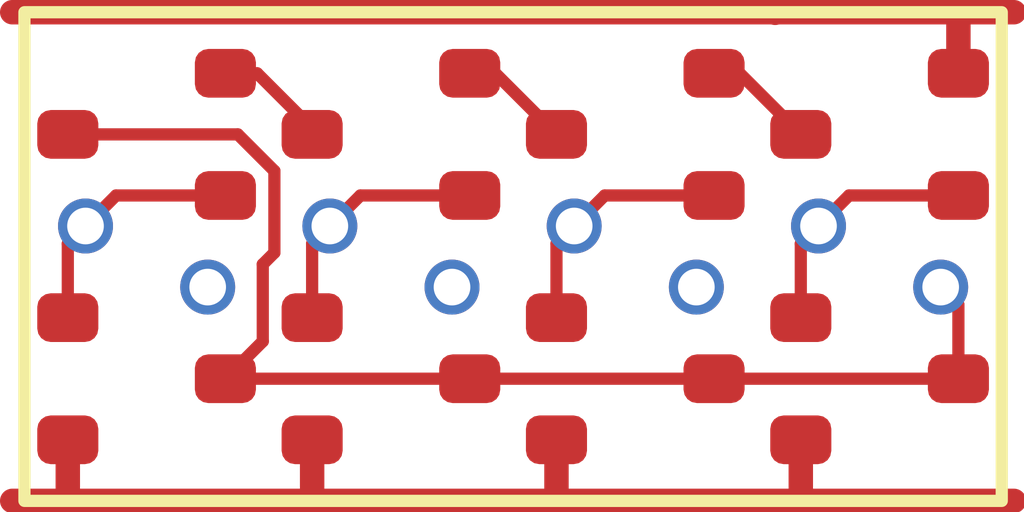
<source format=kicad_pcb>
(kicad_pcb (version 20241229) (generator "pcbnew") (generator_version "9.0")
  (layers (0 "F.Cu" signal) (2 "B.Cu" signal) (13 "F.Paste" user) (15 "B.Paste" user) (5 "F.SilkS" user "F.Silkscreen") (7 "B.SilkS" user "B.Silkscreen") (1 "F.Mask" user) (3 "B.Mask" user) (25 "Edge.Cuts" user))
  (net 0 "")
  (net 1 "GND")
  (net 2 "Y")
  (net 3 "A3")
  (net 4 "VDD")
  (net 5 "A1")
  (net 6 "A2")
  (net 7 "int1")
  (net 8 "int2")
  (net 9 "A4")
  (net 10 "int3")
  (footprint "RV523:SOT523" (layer "F.Cu") (at 3 1 180)
    (property "Reference" "P2" (hide yes))
    (property "Value" "" (hide yes))
    (pad "1" smd roundrect (at -0.645 -0.5) (size 0.5 0.399) (layers "F.Cu" "F.Mask" "F.Paste") (roundrect_rratio 0.275) (net 6 "A2"))
    (pad "2" smd roundrect (at -0.645 0.5) (size 0.5 0.399) (layers "F.Cu" "F.Mask" "F.Paste") (roundrect_rratio 0.275) (net 8 "int2"))
    (pad "3" smd roundrect (at 0.645 0) (size 0.5 0.399) (layers "F.Cu" "F.Mask" "F.Paste") (roundrect_rratio 0.275) (net 7 "int1"))
  )
  (footprint "RV523:SOT523" (layer "F.Cu") (at 5 1 180)
    (property "Reference" "P3" (hide yes))
    (property "Value" "" (hide yes))
    (pad "1" smd roundrect (at -0.645 -0.5) (size 0.5 0.399) (layers "F.Cu" "F.Mask" "F.Paste") (roundrect_rratio 0.275) (net 3 "A3"))
    (pad "2" smd roundrect (at -0.645 0.5) (size 0.5 0.399) (layers "F.Cu" "F.Mask" "F.Paste") (roundrect_rratio 0.275) (net 10 "int3"))
    (pad "3" smd roundrect (at 0.645 0) (size 0.5 0.399) (layers "F.Cu" "F.Mask" "F.Paste") (roundrect_rratio 0.275) (net 8 "int2"))
  )
  (footprint "RV523:SOT523" (layer "F.Cu") (at 5 3)
    (property "Reference" "N3" (hide yes))
    (property "Value" "" (hide yes))
    (pad "1" smd roundrect (at -0.645 -0.5 180) (size 0.5 0.399) (layers "F.Cu" "F.Mask" "F.Paste") (roundrect_rratio 0.275) (net 3 "A3"))
    (pad "2" smd roundrect (at -0.645 0.5 180) (size 0.5 0.399) (layers "F.Cu" "F.Mask" "F.Paste") (roundrect_rratio 0.275) (net 1 "GND"))
    (pad "3" smd roundrect (at 0.645 0 180) (size 0.5 0.399) (layers "F.Cu" "F.Mask" "F.Paste") (roundrect_rratio 0.275) (net 2 "Y"))
  )
  (footprint "RV523:SOT523" (layer "F.Cu") (at 1 1 180)
    (property "Reference" "P1" (hide yes))
    (property "Value" "" (hide yes))
    (pad "1" smd roundrect (at -0.645 -0.5) (size 0.5 0.399) (layers "F.Cu" "F.Mask" "F.Paste") (roundrect_rratio 0.275) (net 5 "A1"))
    (pad "2" smd roundrect (at -0.645 0.5) (size 0.5 0.399) (layers "F.Cu" "F.Mask" "F.Paste") (roundrect_rratio 0.275) (net 7 "int1"))
    (pad "3" smd roundrect (at 0.645 0) (size 0.5 0.399) (layers "F.Cu" "F.Mask" "F.Paste") (roundrect_rratio 0.275) (net 2 "Y"))
  )
  (footprint "RV523:SOT523" (layer "F.Cu") (at 7 1 180)
    (property "Reference" "P4" (hide yes))
    (property "Value" "" (hide yes))
    (pad "1" smd roundrect (at -0.645 -0.5) (size 0.5 0.399) (layers "F.Cu" "F.Mask" "F.Paste") (roundrect_rratio 0.275) (net 9 "A4"))
    (pad "2" smd roundrect (at -0.645 0.5) (size 0.5 0.399) (layers "F.Cu" "F.Mask" "F.Paste") (roundrect_rratio 0.275) (net 4 "VDD"))
    (pad "3" smd roundrect (at 0.645 0) (size 0.5 0.399) (layers "F.Cu" "F.Mask" "F.Paste") (roundrect_rratio 0.275) (net 10 "int3"))
  )
  (footprint "RV523:SOT523" (layer "F.Cu") (at 1 3)
    (property "Reference" "N1" (hide yes))
    (property "Value" "" (hide yes))
    (pad "1" smd roundrect (at -0.645 -0.5 180) (size 0.5 0.399) (layers "F.Cu" "F.Mask" "F.Paste") (roundrect_rratio 0.275) (net 5 "A1"))
    (pad "2" smd roundrect (at -0.645 0.5 180) (size 0.5 0.399) (layers "F.Cu" "F.Mask" "F.Paste") (roundrect_rratio 0.275) (net 1 "GND"))
    (pad "3" smd roundrect (at 0.645 0 180) (size 0.5 0.399) (layers "F.Cu" "F.Mask" "F.Paste") (roundrect_rratio 0.275) (net 2 "Y"))
  )
  (footprint "RV523:SOT523" (layer "F.Cu") (at 3 3)
    (property "Reference" "N2" (hide yes))
    (property "Value" "" (hide yes))
    (pad "1" smd roundrect (at -0.645 -0.5 180) (size 0.5 0.399) (layers "F.Cu" "F.Mask" "F.Paste") (roundrect_rratio 0.275) (net 6 "A2"))
    (pad "2" smd roundrect (at -0.645 0.5 180) (size 0.5 0.399) (layers "F.Cu" "F.Mask" "F.Paste") (roundrect_rratio 0.275) (net 1 "GND"))
    (pad "3" smd roundrect (at 0.645 0 180) (size 0.5 0.399) (layers "F.Cu" "F.Mask" "F.Paste") (roundrect_rratio 0.275) (net 2 "Y"))
  )
  (footprint "RV523:SOT523" (layer "F.Cu") (at 7 3)
    (property "Reference" "N4" (hide yes))
    (property "Value" "" (hide yes))
    (pad "1" smd roundrect (at -0.645 -0.5 180) (size 0.5 0.399) (layers "F.Cu" "F.Mask" "F.Paste") (roundrect_rratio 0.275) (net 9 "A4"))
    (pad "2" smd roundrect (at -0.645 0.5 180) (size 0.5 0.399) (layers "F.Cu" "F.Mask" "F.Paste") (roundrect_rratio 0.275) (net 1 "GND"))
    (pad "3" smd roundrect (at 0.645 0 180) (size 0.5 0.399) (layers "F.Cu" "F.Mask" "F.Paste") (roundrect_rratio 0.275) (net 2 "Y"))
  )
  (gr_rect (start 0 0) (end 8 4) (stroke (width 0.1)) (fill no) (layer "F.SilkS"))
  (via (at 3.5 2.25) (size 0.45) (drill 0.3) (layers "F.Cu" "B.Cu") (net 0))
  (via (at 5.5 2.25) (size 0.45) (drill 0.3) (layers "F.Cu" "B.Cu") (net 0))
  (via (at 1.5 2.25) (size 0.45) (drill 0.3) (layers "F.Cu" "B.Cu") (net 0))
  (segment (start 0.355 3.945) (end 0.3 4) (width 0.2) (layer "F.Cu") (net 1))
  (segment (start 4.355 3.5) (end 4.355 3.955) (width 0.2) (layer "F.Cu") (net 1))
  (segment (start 2.355 3.955) (end 2.4 4) (width 0.2) (layer "F.Cu") (net 1))
  (segment (start 6.4 4) (end 8.1 4) (width 0.2) (layer "F.Cu") (net 1))
  (segment (start 6.355 3.5) (end 6.355 3.955) (width 0.2) (layer "F.Cu") (net 1))
  (segment (start 4.355 3.955) (end 4.4 4) (width 0.2) (layer "F.Cu") (net 1))
  (segment (start 4.4 4) (end 6.4 4) (width 0.2) (layer "F.Cu") (net 1))
  (segment (start -0.1 4) (end 0.3 4) (width 0.2) (layer "F.Cu") (net 1))
  (segment (start 0.355 3.5) (end 0.355 3.945) (width 0.2) (layer "F.Cu") (net 1))
  (segment (start 2.4 4) (end 4.4 4) (width 0.2) (layer "F.Cu") (net 1))
  (segment (start 6.355 3.955) (end 6.4 4) (width 0.2) (layer "F.Cu") (net 1))
  (segment (start 0.3 4) (end 2.4 4) (width 0.2) (layer "F.Cu") (net 1))
  (segment (start 2.355 3.5) (end 2.355 3.955) (width 0.2) (layer "F.Cu") (net 1))
  (segment (start 2.046 1.968189) (end 1.951 2.063189) (width 0.1) (layer "F.Cu") (net 2))
  (segment (start 1.746812 1) (end 2.046 1.299188) (width 0.1) (layer "F.Cu") (net 2))
  (segment (start 7.645 2.395) (end 7.5 2.25) (width 0.1) (layer "F.Cu") (net 2))
  (segment (start 3.645 3) (end 5.645 3) (width 0.1) (layer "F.Cu") (net 2))
  (segment (start 1.645 3) (end 3.645 3) (width 0.1) (layer "F.Cu") (net 2))
  (segment (start 7.645 3) (end 7.645 2.395) (width 0.1) (layer "F.Cu") (net 2))
  (segment (start 1.951 2.694) (end 1.645 3) (width 0.1) (layer "F.Cu") (net 2))
  (segment (start 5.645 3) (end 7.645 3) (width 0.1) (layer "F.Cu") (net 2))
  (segment (start 0.355 1) (end 1.746812 1) (width 0.1) (layer "F.Cu") (net 2))
  (segment (start 2.046 1.299188) (end 2.046 1.968189) (width 0.1) (layer "F.Cu") (net 2))
  (segment (start 1.951 2.063189) (end 1.951 2.694) (width 0.1) (layer "F.Cu") (net 2))
  (via (at 7.5 2.25) (size 0.45) (drill 0.3) (layers "F.Cu" "B.Cu") (net 2))
  (segment (start 4.75 1.5) (end 4.5 1.75) (width 0.1) (layer "F.Cu") (net 3))
  (segment (start 4.355 1.895) (end 4.5 1.75) (width 0.1) (layer "F.Cu") (net 3))
  (segment (start 5.645 1.5) (end 4.75 1.5) (width 0.1) (layer "F.Cu") (net 3))
  (segment (start 4.355 2.5) (end 4.355 1.895) (width 0.1) (layer "F.Cu") (net 3))
  (via (at 4.5 1.75) (size 0.45) (drill 0.3) (layers "F.Cu" "B.Cu") (net 3))
  (segment (start 7.6 0) (end 8.1 0) (width 0.2) (layer "F.Cu") (net 4))
  (segment (start 7.645 0.045) (end 7.6 0) (width 0.2) (layer "F.Cu") (net 4))
  (segment (start 6.15 0) (end 7.6 0) (width 0.2) (layer "F.Cu") (net 4))
  (segment (start 7.645 0.5) (end 7.645 0.045) (width 0.2) (layer "F.Cu") (net 4))
  (segment (start 6.145 0.005) (end 6.15 0) (width 0.2) (layer "F.Cu") (net 4))
  (segment (start -0.1 0) (end 6.15 0) (width 0.2) (layer "F.Cu") (net 4))
  (segment (start 0.355 1.895) (end 0.5 1.75) (width 0.1) (layer "F.Cu") (net 5))
  (segment (start 0.75 1.5) (end 0.5 1.75) (width 0.1) (layer "F.Cu") (net 5))
  (segment (start 0.355 2.5) (end 0.355 1.895) (width 0.1) (layer "F.Cu") (net 5))
  (segment (start 1.645 1.5) (end 0.75 1.5) (width 0.1) (layer "F.Cu") (net 5))
  (via (at 0.5 1.75) (size 0.45) (drill 0.3) (layers "F.Cu" "B.Cu") (net 5))
  (segment (start 2.355 1.895) (end 2.5 1.75) (width 0.1) (layer "F.Cu") (net 6))
  (segment (start 3.695 1.5) (end 2.75 1.5) (width 0.1) (layer "F.Cu") (net 6))
  (segment (start 2.355 2.5) (end 2.355 1.895) (width 0.1) (layer "F.Cu") (net 6))
  (segment (start 2.75 1.5) (end 2.5 1.75) (width 0.1) (layer "F.Cu") (net 6))
  (via (at 2.5 1.75) (size 0.45) (drill 0.3) (layers "F.Cu" "B.Cu") (net 6))
  (segment (start 1.645 0.5) (end 1.905 0.5) (width 0.1) (layer "F.Cu") (net 7))
  (segment (start 1.905 0.5) (end 2.405 1) (width 0.1) (layer "F.Cu") (net 7))
  (segment (start 3.855 0.5) (end 4.355 1) (width 0.1) (layer "F.Cu") (net 8))
  (segment (start 3.695 0.5) (end 3.855 0.5) (width 0.1) (layer "F.Cu") (net 8))
  (segment (start 6.355 1.895) (end 6.5 1.75) (width 0.1) (layer "F.Cu") (net 9))
  (segment (start 6.75 1.5) (end 6.5 1.75) (width 0.1) (layer "F.Cu") (net 9))
  (segment (start 6.355 2.5) (end 6.355 1.895) (width 0.1) (layer "F.Cu") (net 9))
  (segment (start 7.645 1.5) (end 6.75 1.5) (width 0.1) (layer "F.Cu") (net 9))
  (via (at 6.5 1.75) (size 0.45) (drill 0.3) (layers "F.Cu" "B.Cu") (net 9))
  (segment (start 5.645 0.5) (end 5.855 0.5) (width 0.1) (layer "F.Cu") (net 10))
  (segment (start 5.855 0.5) (end 6.355 1) (width 0.1) (layer "F.Cu") (net 10))
)
</source>
